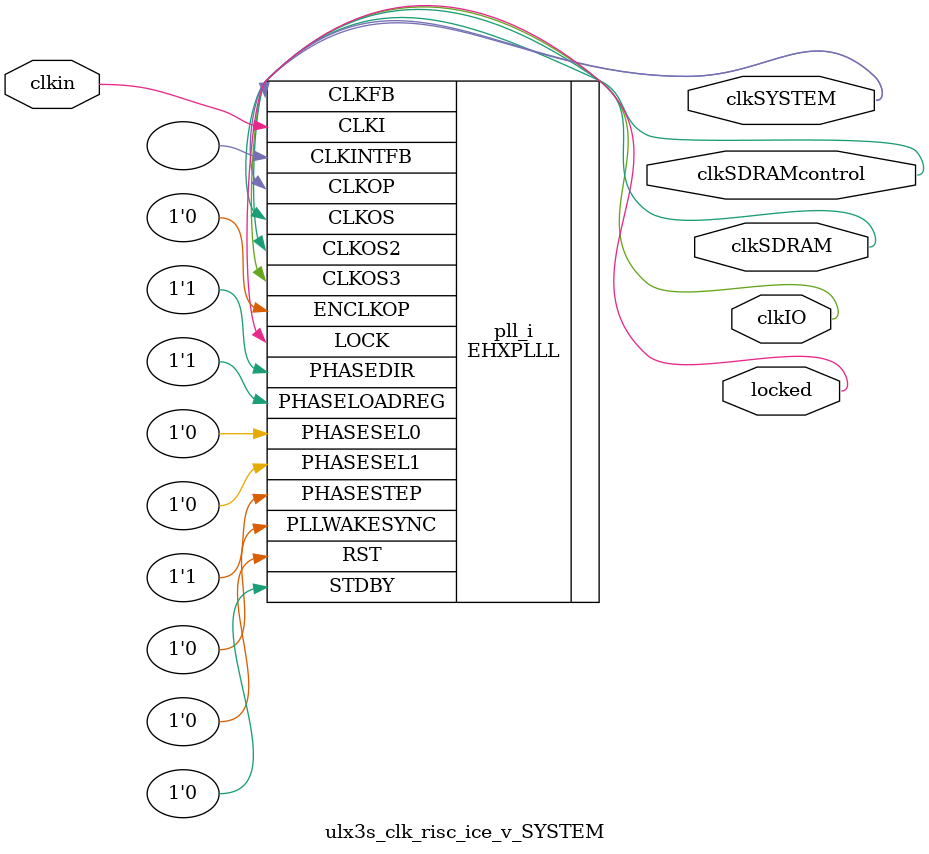
<source format=v>
module ulx3s_clk_risc_ice_v_SYSTEM
(
    input clkin,                // 25 MHz, 0 deg
    output  clkSYSTEM,          // 50 MHz, 0 deg       // SYSTEM CLOCK, memory
    output  clkIO,          // 50 MHz, 0 deg       // SYSTEM CLOCK, I/O
    output  clkSDRAM,           // 100 MHz, 0 deg      // SDRAM
    output  clkSDRAMcontrol,    // 100 MHz, 180 deg    // SDRAM controller
    output  locked
);
(* FREQUENCY_PIN_CLKI="25" *)
(* FREQUENCY_PIN_CLKOP="50" *)
(* FREQUENCY_PIN_CLKOS="25" *)
(* FREQUENCY_PIN_CLKOS2="50" *)
(* FREQUENCY_PIN_CLKOS3="50" *)
(* ICP_CURRENT="12" *) (* LPF_RESISTOR="8" *) (* MFG_ENABLE_FILTEROPAMP="1" *) (* MFG_GMCREF_SEL="2" *)
EHXPLLL #(
        .PLLRST_ENA("DISABLED"),
        .INTFB_WAKE("DISABLED"),
        .STDBY_ENABLE("DISABLED"),
        .DPHASE_SOURCE("DISABLED"),
        .OUTDIVIDER_MUXA("DIVA"),
        .OUTDIVIDER_MUXB("DIVB"),
        .OUTDIVIDER_MUXC("DIVC"),
        .OUTDIVIDER_MUXD("DIVD"),
        .CLKI_DIV(1),
        .CLKOP_ENABLE("ENABLED"),
        .CLKOP_DIV(12),
        .CLKOP_CPHASE(5),
        .CLKOP_FPHASE(0),
        .CLKOS_ENABLE("ENABLED"),
        .CLKOS_DIV(6),
        .CLKOS_CPHASE(8),
        .CLKOS_FPHASE(0),
        .CLKOS2_ENABLE("ENABLED"),
        .CLKOS2_DIV(6),
        .CLKOS2_CPHASE(5),
        .CLKOS2_FPHASE(0),
        .CLKOS3_ENABLE("ENABLED"),
        .CLKOS3_DIV(12),
        .CLKOS3_CPHASE(5),
        .CLKOS3_FPHASE(0),

        .FEEDBK_PATH("CLKOP"),
        .CLKFB_DIV(2)
    ) pll_i (
        .RST(1'b0),
        .STDBY(1'b0),
        .CLKI(clkin),
        .CLKOP(clkSYSTEM),
        .CLKOS(clkSDRAMcontrol),
        .CLKOS2(clkSDRAM),
        .CLKOS3(clkIO),
        .CLKFB(clkSYSTEM),
        .CLKINTFB(),
        .PHASESEL0(1'b0),
        .PHASESEL1(1'b0),
        .PHASEDIR(1'b1),
        .PHASESTEP(1'b1),
        .PHASELOADREG(1'b1),
        .PLLWAKESYNC(1'b0),
        .ENCLKOP(1'b0),
        .LOCK(locked)
	);
endmodule

</source>
